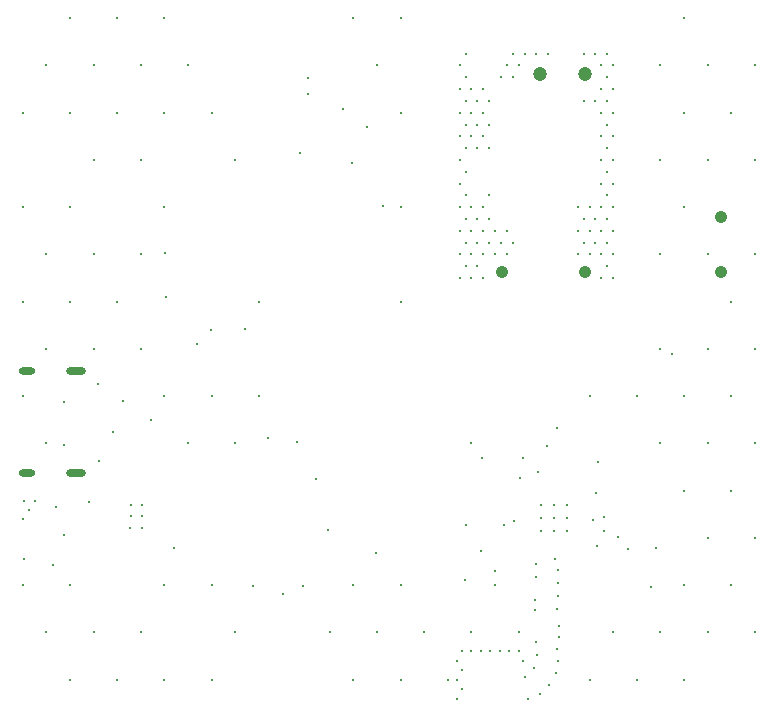
<source format=gbr>
%TF.GenerationSoftware,Altium Limited,Altium Designer,24.4.1 (13)*%
G04 Layer_Color=0*
%FSLAX45Y45*%
%MOMM*%
%TF.SameCoordinates,BD841E63-566E-43FA-B15A-678BD665FBE9*%
%TF.FilePolarity,Positive*%
%TF.FileFunction,Plated,1,4,PTH,Drill*%
%TF.Part,Single*%
G01*
G75*
%TA.AperFunction,ComponentDrill*%
%ADD154C,1.20000*%
%ADD155O,1.40000X0.60000*%
%ADD156O,1.70000X0.60000*%
%ADD157C,1.04140*%
%TA.AperFunction,ViaDrill,NotFilled*%
%ADD158C,0.30480*%
%ADD159C,0.30000*%
D154*
X7179000Y9527500D02*
D03*
X7560000D02*
D03*
D155*
X2834500Y7012500D02*
D03*
Y6148500D02*
D03*
D156*
X3252500Y7012500D02*
D03*
Y6148500D02*
D03*
D157*
X6857484Y7850510D02*
D03*
X7558524D02*
D03*
X8709144D02*
D03*
Y8320410D02*
D03*
D158*
X7408497Y5881382D02*
D03*
Y5771382D02*
D03*
Y5661382D02*
D03*
X7298497Y5881382D02*
D03*
Y5771382D02*
D03*
Y5661382D02*
D03*
X7188497Y5881382D02*
D03*
Y5771382D02*
D03*
Y5661382D02*
D03*
D159*
X3365000Y5902500D02*
D03*
X3085000Y5862500D02*
D03*
X2807500Y5420000D02*
D03*
X6600008Y4640005D02*
D03*
X7040008Y4560005D02*
D03*
X6480008Y4240005D02*
D03*
Y4560005D02*
D03*
X6520008Y4320005D02*
D03*
X7000008Y4640005D02*
D03*
X6920008D02*
D03*
X6520008D02*
D03*
X6680008D02*
D03*
X6480008Y4400005D02*
D03*
X6520008Y4480005D02*
D03*
X6760008Y4640005D02*
D03*
X6840008D02*
D03*
X3055000Y5370000D02*
D03*
X8999999Y9599999D02*
D03*
X8799999Y9199999D02*
D03*
X8999999Y8799999D02*
D03*
Y7999999D02*
D03*
X8799999Y7599999D02*
D03*
X8999999Y7199999D02*
D03*
X8799999Y6799999D02*
D03*
X8999999Y6399999D02*
D03*
X8799999Y5999999D02*
D03*
X8999999Y5599999D02*
D03*
X8799999Y5200000D02*
D03*
X8999999Y4800000D02*
D03*
X8399999Y9999999D02*
D03*
X8599999Y9599999D02*
D03*
X8399999Y9199999D02*
D03*
X8599999Y8799999D02*
D03*
X8399999Y8399999D02*
D03*
X8599999Y7999999D02*
D03*
Y7199999D02*
D03*
X8399999Y6799999D02*
D03*
X8599999Y6399999D02*
D03*
X8399999Y5999999D02*
D03*
X8599999Y5599999D02*
D03*
X8399999Y5200000D02*
D03*
X8599999Y4800000D02*
D03*
X8399999Y4400000D02*
D03*
X8199999Y9599999D02*
D03*
Y8799999D02*
D03*
Y7999999D02*
D03*
Y7199999D02*
D03*
X7999999Y6799999D02*
D03*
X8199999Y6399999D02*
D03*
Y4800000D02*
D03*
X7999999Y4400000D02*
D03*
X7599999Y6799999D02*
D03*
X7799999Y4800000D02*
D03*
X7599999Y4400000D02*
D03*
X6799999Y5200000D02*
D03*
X6999999Y4800000D02*
D03*
X6599999Y6399999D02*
D03*
Y4800000D02*
D03*
X6399999Y4400000D02*
D03*
X5999999Y9999999D02*
D03*
Y9199999D02*
D03*
Y8399999D02*
D03*
Y7599999D02*
D03*
Y5200000D02*
D03*
X6199999Y4800000D02*
D03*
X5999999Y4400000D02*
D03*
X5599999Y9999999D02*
D03*
X5799999Y9599999D02*
D03*
X5599999Y5200000D02*
D03*
X5799999Y4800000D02*
D03*
X5599999Y4400000D02*
D03*
X5399999Y4800000D02*
D03*
X4800000Y7599999D02*
D03*
Y6799999D02*
D03*
X4400000Y9199999D02*
D03*
X4599999Y8799999D02*
D03*
X4400000Y6799999D02*
D03*
X4599999Y6399999D02*
D03*
X4400000Y5200000D02*
D03*
X4599999Y4800000D02*
D03*
X4400000Y4400000D02*
D03*
X4000000Y9999999D02*
D03*
X4199999Y9599999D02*
D03*
X4000000Y9199999D02*
D03*
Y8399999D02*
D03*
Y6799999D02*
D03*
X4199999Y6399999D02*
D03*
X4000000Y5200000D02*
D03*
Y4400000D02*
D03*
X3600000Y9999999D02*
D03*
X3800000Y9599999D02*
D03*
X3600000Y9199999D02*
D03*
X3800000Y8799999D02*
D03*
Y7999999D02*
D03*
X3600000Y7599999D02*
D03*
X3800000Y7199999D02*
D03*
Y4800000D02*
D03*
X3600000Y4400000D02*
D03*
X3200000Y9999999D02*
D03*
X3400000Y9599999D02*
D03*
X3200000Y9199999D02*
D03*
X3400000Y8799999D02*
D03*
X3200000Y8399999D02*
D03*
X3400000Y7999999D02*
D03*
X3200000Y7599999D02*
D03*
X3400000Y7199999D02*
D03*
X3200000Y5200000D02*
D03*
X3400000Y4800000D02*
D03*
X3200000Y4400000D02*
D03*
X3000000Y9599999D02*
D03*
X2800000Y9199999D02*
D03*
Y8399999D02*
D03*
X3000000Y7999999D02*
D03*
X2800000Y7599999D02*
D03*
X3000000Y7199999D02*
D03*
X2800000Y6799999D02*
D03*
X3000000Y6399999D02*
D03*
X2800000Y5200000D02*
D03*
X3000000Y4800000D02*
D03*
X6557500Y5707500D02*
D03*
X6680000Y5487500D02*
D03*
X4880000Y6447500D02*
D03*
X6797500Y5322500D02*
D03*
X7037500Y6275000D02*
D03*
X7327500Y6530000D02*
D03*
X7672500Y6242500D02*
D03*
X8165000Y5512500D02*
D03*
X8120000Y5187500D02*
D03*
X5145000Y8860000D02*
D03*
X7800004Y9600005D02*
D03*
Y9400005D02*
D03*
Y9200005D02*
D03*
Y9000005D02*
D03*
Y8800005D02*
D03*
Y8600005D02*
D03*
Y8400005D02*
D03*
Y8200004D02*
D03*
Y8000004D02*
D03*
Y7800004D02*
D03*
X7750004Y9700005D02*
D03*
X7700004Y9600005D02*
D03*
X7750004Y9500005D02*
D03*
X7700004Y9400005D02*
D03*
X7750004Y9300005D02*
D03*
X7700004Y9200005D02*
D03*
X7750004Y9100005D02*
D03*
X7700004Y9000005D02*
D03*
X7750004Y8900005D02*
D03*
X7700004Y8800005D02*
D03*
X7750004Y8700005D02*
D03*
X7700004Y8600005D02*
D03*
X7750004Y8500005D02*
D03*
X7700004Y8400005D02*
D03*
X7750004Y8300004D02*
D03*
X7700004Y8200004D02*
D03*
X7750004Y8100004D02*
D03*
X7700004Y8000004D02*
D03*
X7750004Y7900004D02*
D03*
X7700004Y7800004D02*
D03*
X7650004Y9700005D02*
D03*
Y9300005D02*
D03*
X7600004Y8400005D02*
D03*
X7650004Y8300004D02*
D03*
X7600004Y8200004D02*
D03*
X7650004Y8100004D02*
D03*
X7600004Y8000004D02*
D03*
X7550004Y9700005D02*
D03*
Y9300005D02*
D03*
X7500004Y8400005D02*
D03*
X7550004Y8300004D02*
D03*
X7500004Y8200004D02*
D03*
X7550004Y8100004D02*
D03*
X7500004Y8000004D02*
D03*
X7250004Y9700005D02*
D03*
X7150004D02*
D03*
X7050004D02*
D03*
X7000004Y9600005D02*
D03*
X6950004Y9700005D02*
D03*
X6900004Y9600005D02*
D03*
X6950004Y9500005D02*
D03*
X6900004Y8200004D02*
D03*
X6950004Y8100004D02*
D03*
X6900004Y8000004D02*
D03*
X6850004Y9500005D02*
D03*
X6800004Y8200004D02*
D03*
X6850004Y8100004D02*
D03*
X6800004Y8000004D02*
D03*
X6700004Y9400005D02*
D03*
X6750004Y9300005D02*
D03*
X6700004Y9200005D02*
D03*
X6750004Y9100005D02*
D03*
X6700004Y9000005D02*
D03*
X6750004Y8900005D02*
D03*
Y8500005D02*
D03*
X6700004Y8400005D02*
D03*
X6750004Y8300004D02*
D03*
X6700004Y8200004D02*
D03*
X6750004Y8100004D02*
D03*
X6700004Y8000004D02*
D03*
Y7800004D02*
D03*
X6600004Y9400005D02*
D03*
X6650003Y9300005D02*
D03*
X6600004Y9200005D02*
D03*
X6650003Y9100005D02*
D03*
X6600004Y9000005D02*
D03*
X6650003Y8900005D02*
D03*
X6600004Y8400005D02*
D03*
X6650003Y8300004D02*
D03*
X6600004Y8200004D02*
D03*
X6650003Y8100004D02*
D03*
X6600004Y8000004D02*
D03*
X6650003Y7900004D02*
D03*
X6600004Y7800004D02*
D03*
X6550003Y9700005D02*
D03*
X6500004Y9600005D02*
D03*
X6550003Y9500005D02*
D03*
X6500004Y9400005D02*
D03*
X6550003Y9300005D02*
D03*
X6500004Y9200005D02*
D03*
X6550003Y9100005D02*
D03*
X6500004Y9000005D02*
D03*
X6550003Y8900005D02*
D03*
X6500004Y8800005D02*
D03*
X6550003Y8700005D02*
D03*
X6500004Y8600005D02*
D03*
X6550003Y8500005D02*
D03*
X6500004Y8400005D02*
D03*
X6550003Y8300004D02*
D03*
X6500004Y8200004D02*
D03*
X6550003Y8100004D02*
D03*
X6500004Y8000004D02*
D03*
X6550003Y7900004D02*
D03*
X6500004Y7800004D02*
D03*
X5387500Y5670000D02*
D03*
X7652500Y5980000D02*
D03*
X6692500Y6275000D02*
D03*
X5795000Y5475000D02*
D03*
X4085000Y5517500D02*
D03*
X5120000Y6412500D02*
D03*
X5285000Y6102500D02*
D03*
X5217500Y9362500D02*
D03*
Y9490000D02*
D03*
X5512500Y9235000D02*
D03*
X5712500Y9075000D02*
D03*
X5592500Y8777500D02*
D03*
X5850000Y8407500D02*
D03*
X4002500Y8010000D02*
D03*
X4017500Y7637500D02*
D03*
X7340000Y4850000D02*
D03*
X7137500Y4987500D02*
D03*
X7927500Y5510000D02*
D03*
X7660000Y5530000D02*
D03*
X7632500Y5752500D02*
D03*
X7140000Y5072500D02*
D03*
X7723240Y5661740D02*
D03*
X7331336Y5218752D02*
D03*
X7725000Y5775000D02*
D03*
X7331336Y5328751D02*
D03*
X7145658Y5375026D02*
D03*
X5005000Y5122500D02*
D03*
X5177500Y5192632D02*
D03*
X4747500D02*
D03*
X7242500Y6380940D02*
D03*
X7007500Y6105000D02*
D03*
X7160000Y6160000D02*
D03*
X6875000Y5712500D02*
D03*
X6545000Y5240000D02*
D03*
X6962500Y5740000D02*
D03*
X4275000Y7245000D02*
D03*
X4685000Y7365000D02*
D03*
X2805000Y5762500D02*
D03*
X2857500Y5832500D02*
D03*
X2905000Y5912500D02*
D03*
X2807500D02*
D03*
X3445000Y6250000D02*
D03*
X3435000Y6905000D02*
D03*
X3147500Y6390000D02*
D03*
Y6752500D02*
D03*
X3650000Y6762500D02*
D03*
X3562500Y6497500D02*
D03*
X3812500Y5680000D02*
D03*
X3710000D02*
D03*
X3810000Y5785000D02*
D03*
X3715000D02*
D03*
X3810000Y5877500D02*
D03*
X3715000D02*
D03*
X3152500Y5622500D02*
D03*
X7837500Y5607500D02*
D03*
X8301250Y7153750D02*
D03*
X3882500Y6600000D02*
D03*
X4397500Y7362500D02*
D03*
X7155012Y4605329D02*
D03*
X7129853Y4498245D02*
D03*
X7050668Y4421893D02*
D03*
X7309572Y5422229D02*
D03*
X7145658Y5265026D02*
D03*
X7147285Y4715057D02*
D03*
X7080020Y4235218D02*
D03*
X7179856Y4281400D02*
D03*
X7260212Y4356519D02*
D03*
X7313016Y4453016D02*
D03*
X7332965Y4561192D02*
D03*
X7322500Y4657500D02*
D03*
X7340000Y4765000D02*
D03*
X7320095Y4999234D02*
D03*
X7330339Y5108756D02*
D03*
%TF.MD5,f2858b678cccfbae61798a85565e8449*%
M02*

</source>
